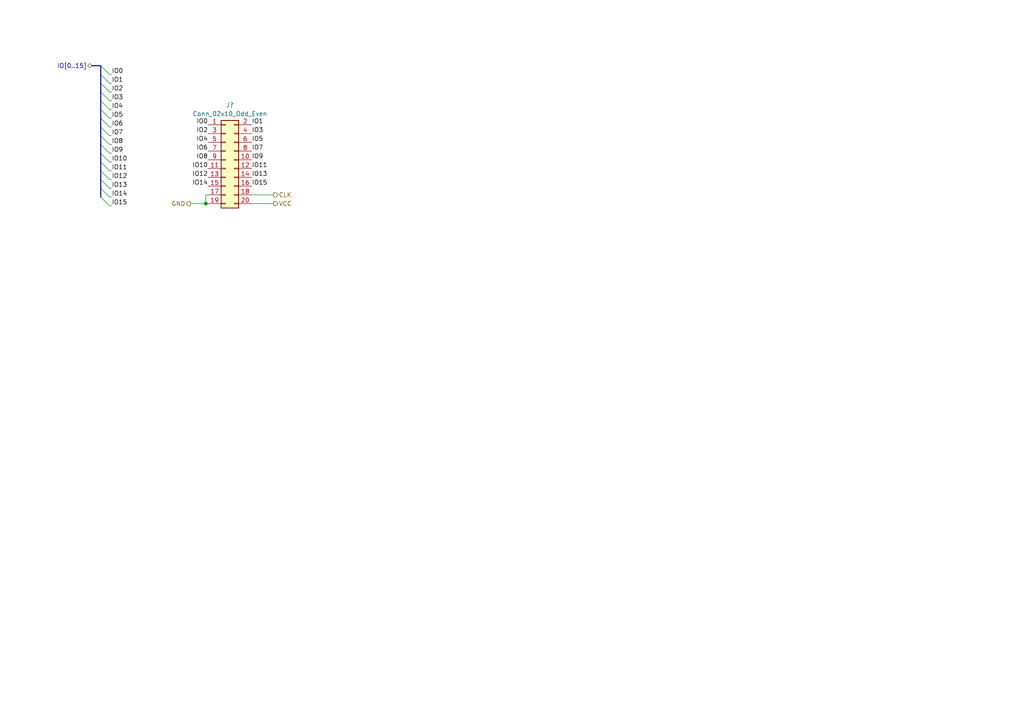
<source format=kicad_sch>
(kicad_sch (version 20231120) (generator "eeschema") (generator_version "8.0")
  (paper "A4")
  (lib_symbols
    (symbol "Connector_Generic:Conn_02x10_Odd_Even" (pin_names (offset 1.016) hide)
      (property "Reference" "J" (at 1.27 12.7 0))
      (property "Value" "Conn_02x10_Odd_Even" (at 1.27 -15.24 0))
      (symbol "Conn_02x10_Odd_Even_1_1"
        (rectangle (start -1.27 -12.573) (end 0 -12.827) (stroke (width 0.1524)))
        (rectangle (start -1.27 -10.033) (end 0 -10.287) (stroke (width 0.1524)))
        (rectangle (start -1.27 -7.493) (end 0 -7.747) (stroke (width 0.1524)))
        (rectangle (start -1.27 -4.953) (end 0 -5.207) (stroke (width 0.1524)))
        (rectangle (start -1.27 -2.413) (end 0 -2.667) (stroke (width 0.1524)))
        (rectangle (start -1.27 0.127) (end 0 -0.127) (stroke (width 0.1524)))
        (rectangle (start -1.27 2.667) (end 0 2.413) (stroke (width 0.1524)))
        (rectangle (start -1.27 5.207) (end 0 4.953) (stroke (width 0.1524)))
        (rectangle (start -1.27 7.747) (end 0 7.493) (stroke (width 0.1524)))
        (rectangle (start -1.27 10.287) (end 0 10.033) (stroke (width 0.1524)))
        (rectangle (start -1.27 11.43) (end 3.81 -13.97) (stroke (width 0.254)) (fill (type background)))
        (rectangle (start 3.81 -12.573) (end 2.54 -12.827) (stroke (width 0.1524)))
        (rectangle (start 3.81 -10.033) (end 2.54 -10.287) (stroke (width 0.1524)))
        (rectangle (start 3.81 -7.493) (end 2.54 -7.747) (stroke (width 0.1524)))
        (rectangle (start 3.81 -4.953) (end 2.54 -5.207) (stroke (width 0.1524)))
        (rectangle (start 3.81 -2.413) (end 2.54 -2.667) (stroke (width 0.1524)))
        (rectangle (start 3.81 0.127) (end 2.54 -0.127) (stroke (width 0.1524)))
        (rectangle (start 3.81 2.667) (end 2.54 2.413) (stroke (width 0.1524)))
        (rectangle (start 3.81 5.207) (end 2.54 4.953) (stroke (width 0.1524)))
        (rectangle (start 3.81 7.747) (end 2.54 7.493) (stroke (width 0.1524)))
        (rectangle (start 3.81 10.287) (end 2.54 10.033) (stroke (width 0.1524)))
        (pin passive line (at -5.08 10.16 0) (length 3.81) (name "Pin_1") (number "1"))
        (pin passive line (at 7.62 0 180) (length 3.81) (name "Pin_10") (number "10"))
        (pin passive line (at -5.08 -2.54 0) (length 3.81) (name "Pin_11") (number "11"))
        (pin passive line (at 7.62 -2.54 180) (length 3.81) (name "Pin_12") (number "12"))
        (pin passive line (at -5.08 -5.08 0) (length 3.81) (name "Pin_13") (number "13"))
        (pin passive line (at 7.62 -5.08 180) (length 3.81) (name "Pin_14") (number "14"))
        (pin passive line (at -5.08 -7.62 0) (length 3.81) (name "Pin_15") (number "15"))
        (pin passive line (at 7.62 -7.62 180) (length 3.81) (name "Pin_16") (number "16"))
        (pin passive line (at -5.08 -10.16 0) (length 3.81) (name "Pin_17") (number "17"))
        (pin passive line (at 7.62 -10.16 180) (length 3.81) (name "Pin_18") (number "18"))
        (pin passive line (at -5.08 -12.7 0) (length 3.81) (name "Pin_19") (number "19"))
        (pin passive line (at 7.62 10.16 180) (length 3.81) (name "Pin_2") (number "2"))
        (pin passive line (at 7.62 -12.7 180) (length 3.81) (name "Pin_20") (number "20"))
        (pin passive line (at -5.08 7.62 0) (length 3.81) (name "Pin_3") (number "3"))
        (pin passive line (at 7.62 7.62 180) (length 3.81) (name "Pin_4") (number "4"))
        (pin passive line (at -5.08 5.08 0) (length 3.81) (name "Pin_5") (number "5"))
        (pin passive line (at 7.62 5.08 180) (length 3.81) (name "Pin_6") (number "6"))
        (pin passive line (at -5.08 2.54 0) (length 3.81) (name "Pin_7") (number "7"))
        (pin passive line (at 7.62 2.54 180) (length 3.81) (name "Pin_8") (number "8"))
        (pin passive line (at -5.08 0 0) (length 3.81) (name "Pin_9") (number "9"))
      )
    )
  )
  (junction (at 59.69 59.055))
  (bus_entry (at 29.21 24.13) (size 2.54 2.54))
  (bus_entry (at 29.21 29.21) (size 2.54 2.54))
  (bus_entry (at 29.21 39.37) (size 2.54 2.54))
  (bus_entry (at 29.21 26.67) (size 2.54 2.54))
  (bus_entry (at 29.21 52.07) (size 2.54 2.54))
  (bus_entry (at 29.21 54.61) (size 2.54 2.54))
  (bus_entry (at 29.21 31.75) (size 2.54 2.54))
  (bus_entry (at 29.21 46.99) (size 2.54 2.54))
  (bus_entry (at 29.21 36.83) (size 2.54 2.54))
  (bus_entry (at 29.21 21.59) (size 2.54 2.54))
  (bus_entry (at 29.21 49.53) (size 2.54 2.54))
  (bus_entry (at 29.21 34.29) (size 2.54 2.54))
  (bus_entry (at 29.21 44.45) (size 2.54 2.54))
  (bus_entry (at 29.21 41.91) (size 2.54 2.54))
  (bus_entry (at 29.21 57.15) (size 2.54 2.54))
  (bus_entry (at 29.21 19.05) (size 2.54 2.54))
  (wire (pts (xy 31.75 41.91) (xy 32.385 41.91)))
  (wire (pts (xy 55.245 59.055) (xy 59.69 59.055)))
  (bus (pts (xy 29.21 21.59) (xy 29.21 24.13)))
  (wire (pts (xy 31.75 52.07) (xy 32.385 52.07)))
  (bus (pts (xy 29.21 46.99) (xy 29.21 49.53)))
  (bus (pts (xy 29.21 26.67) (xy 29.21 29.21)))
  (wire (pts (xy 31.75 49.53) (xy 32.385 49.53)))
  (bus (pts (xy 29.21 54.61) (xy 29.21 57.15)))
  (wire (pts (xy 31.75 54.61) (xy 32.385 54.61)))
  (wire (pts (xy 31.75 59.69) (xy 32.385 59.69)))
  (bus (pts (xy 29.21 19.05) (xy 29.21 21.59)))
  (wire (pts (xy 31.75 29.21) (xy 32.385 29.21)))
  (wire (pts (xy 31.75 57.15) (xy 32.385 57.15)))
  (wire (pts (xy 31.75 26.67) (xy 32.385 26.67)))
  (bus (pts (xy 29.21 34.29) (xy 29.21 36.83)))
  (wire (pts (xy 31.75 34.29) (xy 32.385 34.29)))
  (bus (pts (xy 29.21 49.53) (xy 29.21 52.07)))
  (wire (pts (xy 59.69 59.055) (xy 60.325 59.055)))
  (bus (pts (xy 29.21 52.07) (xy 29.21 54.61)))
  (wire (pts (xy 31.75 21.59) (xy 32.385 21.59)))
  (bus (pts (xy 26.67 19.05) (xy 29.21 19.05)))
  (wire (pts (xy 31.75 31.75) (xy 32.385 31.75)))
  (bus (pts (xy 29.21 31.75) (xy 29.21 34.29)))
  (wire (pts (xy 31.75 24.13) (xy 32.385 24.13)))
  (bus (pts (xy 29.21 41.91) (xy 29.21 44.45)))
  (wire (pts (xy 59.69 56.515) (xy 59.69 59.055)))
  (wire (pts (xy 31.75 39.37) (xy 32.385 39.37)))
  (wire (pts (xy 31.75 46.99) (xy 32.385 46.99)))
  (bus (pts (xy 29.21 36.83) (xy 29.21 39.37)))
  (wire (pts (xy 60.325 56.515) (xy 59.69 56.515)))
  (bus (pts (xy 29.21 39.37) (xy 29.21 41.91)))
  (wire (pts (xy 31.75 36.83) (xy 32.385 36.83)))
  (bus (pts (xy 29.21 24.13) (xy 29.21 26.67)))
  (bus (pts (xy 29.21 29.21) (xy 29.21 31.75)))
  (wire (pts (xy 73.025 59.055) (xy 79.375 59.055)))
  (wire (pts (xy 73.025 56.515) (xy 79.375 56.515)))
  (wire (pts (xy 31.75 44.45) (xy 32.385 44.45)))
  (bus (pts (xy 29.21 44.45) (xy 29.21 46.99)))
  (label "IO10" (at 32.385 46.99 0))
  (label "IO2" (at 32.385 26.67 0))
  (label "IO12" (at 60.325 51.435 180))
  (label "IO3" (at 73.025 38.735 0))
  (label "IO10" (at 60.325 48.895 180))
  (label "IO13" (at 73.025 51.435 0))
  (label "IO14" (at 60.325 53.975 180))
  (label "IO11" (at 73.025 48.895 0))
  (label "IO8" (at 32.385 41.91 0))
  (label "IO14" (at 32.385 57.15 0))
  (label "IO1" (at 73.025 36.195 0))
  (label "IO1" (at 32.385 24.13 0))
  (label "IO7" (at 73.025 43.815 0))
  (label "IO5" (at 32.385 34.29 0))
  (label "IO2" (at 60.325 38.735 180))
  (label "IO15" (at 73.025 53.975 0))
  (label "IO6" (at 60.325 43.815 180))
  (label "IO6" (at 32.385 36.83 0))
  (label "IO5" (at 73.025 41.275 0))
  (label "IO4" (at 60.325 41.275 180))
  (label "IO12" (at 32.385 52.07 0))
  (label "IO0" (at 32.385 21.59 0))
  (label "IO0" (at 60.325 36.195 180))
  (label "IO13" (at 32.385 54.61 0))
  (label "IO4" (at 32.385 31.75 0))
  (label "IO9" (at 73.025 46.355 0))
  (label "IO9" (at 32.385 44.45 0))
  (label "IO8" (at 60.325 46.355 180))
  (label "IO3" (at 32.385 29.21 0))
  (label "IO7" (at 32.385 39.37 0))
  (label "IO11" (at 32.385 49.53 0))
  (label "IO15" (at 32.385 59.69 0))
  (hierarchical_label "IO[0..15]" (shape bidirectional) (at 26.67 19.05 180))
  (hierarchical_label "GND" (shape output) (at 55.245 59.055 180))
  (hierarchical_label "VCC" (shape output) (at 79.375 59.055 0))
  (hierarchical_label "CLK" (shape output) (at 79.375 56.515 0))
  (symbol (lib_id "Connector_Generic:Conn_02x10_Odd_Even") (at 65.405 46.355 0) (unit 1)
    (property "Reference" "J?" (at 66.675 30.48 0))
    (property "Value" "Conn_02x10_Odd_Even" (at 66.675 33.02 0))
    (property "Description" "Generic connector, double row, 02x10, odd/even pin numbering scheme (row 1 odd numbers, row 2 even numbers), script generated (kicad-library-utils/schlib/autogen/connector/)" (effects (hide yes)))
  )
)
</source>
